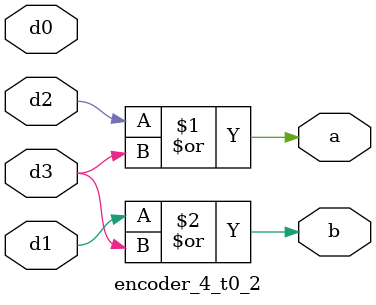
<source format=v>
module encoder_4_t0_2(a,b,d3,d2,d1,d0);

output a,b;
input d3,d2,d1,d0;

assign a=d2|d3;
assign b=d1|d3;

endmodule


</source>
